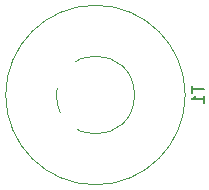
<source format=gbo>
G04 #@! TF.GenerationSoftware,KiCad,Pcbnew,7.0.10*
G04 #@! TF.CreationDate,2024-04-22T16:42:47-07:00*
G04 #@! TF.ProjectId,powerAmp,706f7765-7241-46d7-902e-6b696361645f,rev?*
G04 #@! TF.SameCoordinates,Original*
G04 #@! TF.FileFunction,Legend,Bot*
G04 #@! TF.FilePolarity,Positive*
%FSLAX46Y46*%
G04 Gerber Fmt 4.6, Leading zero omitted, Abs format (unit mm)*
G04 Created by KiCad (PCBNEW 7.0.10) date 2024-04-22 16:42:47*
%MOMM*%
%LPD*%
G01*
G04 APERTURE LIST*
%ADD10C,0.150000*%
%ADD11C,0.120000*%
%ADD12C,3.000000*%
%ADD13R,1.700000X1.700000*%
%ADD14O,1.700000X1.700000*%
%ADD15C,1.600000*%
%ADD16R,5.080000X1.500000*%
%ADD17C,1.440000*%
G04 APERTURE END LIST*
D10*
X111884819Y-121293095D02*
X111884819Y-121864523D01*
X112884819Y-121578809D02*
X111884819Y-121578809D01*
X112884819Y-122721666D02*
X112884819Y-122150238D01*
X112884819Y-122435952D02*
X111884819Y-122435952D01*
X111884819Y-122435952D02*
X112027676Y-122340714D01*
X112027676Y-122340714D02*
X112122914Y-122245476D01*
X112122914Y-122245476D02*
X112170533Y-122150238D01*
D11*
X111330000Y-122055000D02*
G75*
G03*
X96130000Y-122055000I-7600000J0D01*
G01*
X96130000Y-122055000D02*
G75*
G03*
X111330000Y-122055000I7600000J0D01*
G01*
X107030000Y-122055000D02*
G75*
G03*
X100430000Y-122055000I-3300000J0D01*
G01*
X100430000Y-122055000D02*
G75*
G03*
X107030000Y-122055000I3300000J0D01*
G01*
%LPC*%
D12*
X100750000Y-120060000D03*
X94400000Y-117680000D03*
X94400000Y-127680000D03*
X100750000Y-125140000D03*
D13*
X68565000Y-90180000D03*
D14*
X68565000Y-87640000D03*
D13*
X114770000Y-131885000D03*
D14*
X117310000Y-131885000D03*
D15*
X110085000Y-90305000D03*
X110085000Y-88305000D03*
D13*
X67780000Y-132925000D03*
D14*
X70320000Y-132925000D03*
D13*
X68009600Y-106750400D03*
D14*
X68009600Y-104210400D03*
D13*
X115775000Y-94800000D03*
D14*
X115775000Y-92260000D03*
D16*
X117092500Y-117730000D03*
X117092500Y-126230000D03*
D13*
X114920000Y-87255000D03*
D14*
X117460000Y-87255000D03*
D16*
X68480000Y-128130000D03*
X68480000Y-119630000D03*
D13*
X74605000Y-87635000D03*
D14*
X74605000Y-90175000D03*
D12*
X98730000Y-130055000D03*
X98730000Y-114055000D03*
X108730000Y-130055000D03*
X108730000Y-114055000D03*
D17*
X87315000Y-89115000D03*
X84775000Y-89115000D03*
X82235000Y-89115000D03*
G36*
X89798039Y-124624685D02*
G01*
X89843794Y-124677489D01*
X89855000Y-124729000D01*
X89855000Y-128681000D01*
X89835315Y-128748039D01*
X89782511Y-128793794D01*
X89731000Y-128805000D01*
X83379000Y-128805000D01*
X83311961Y-128785315D01*
X83266206Y-128732511D01*
X83255000Y-128681000D01*
X83255000Y-126429000D01*
X83274685Y-126361961D01*
X83327489Y-126316206D01*
X83379000Y-126305000D01*
X85555000Y-126305000D01*
X85555000Y-126304999D01*
X86321495Y-124676201D01*
X86367851Y-124623924D01*
X86433692Y-124605000D01*
X89731000Y-124605000D01*
X89798039Y-124624685D01*
G37*
G36*
X89698039Y-117024685D02*
G01*
X89743794Y-117077489D01*
X89755000Y-117129000D01*
X89755000Y-120681000D01*
X89735315Y-120748039D01*
X89682511Y-120793794D01*
X89631000Y-120805000D01*
X86451817Y-120805000D01*
X86384778Y-120785315D01*
X86339023Y-120732511D01*
X86331519Y-120711074D01*
X85955000Y-119205000D01*
X83879000Y-119205000D01*
X83811961Y-119185315D01*
X83766206Y-119132511D01*
X83755000Y-119081000D01*
X83755000Y-117129000D01*
X83774685Y-117061961D01*
X83827489Y-117016206D01*
X83879000Y-117005000D01*
X89631000Y-117005000D01*
X89698039Y-117024685D01*
G37*
G36*
X112967360Y-92014685D02*
G01*
X113013115Y-92067489D01*
X113024319Y-92119678D01*
X112994999Y-97484999D01*
X112995000Y-97485000D01*
X117871000Y-97485000D01*
X117938039Y-97504685D01*
X117983794Y-97557489D01*
X117995000Y-97609000D01*
X117995000Y-106131000D01*
X117975315Y-106198039D01*
X117922511Y-106243794D01*
X117871000Y-106255000D01*
X100269937Y-106255000D01*
X100202898Y-106235315D01*
X100157143Y-106182511D01*
X100154313Y-106175800D01*
X98825000Y-102745000D01*
X93778655Y-102745000D01*
X93711616Y-102725315D01*
X93665861Y-102672511D01*
X93654655Y-102621346D01*
X93625347Y-92119346D01*
X93644845Y-92052252D01*
X93697521Y-92006350D01*
X93749347Y-91995000D01*
X112900321Y-91995000D01*
X112967360Y-92014685D01*
G37*
%LPD*%
M02*

</source>
